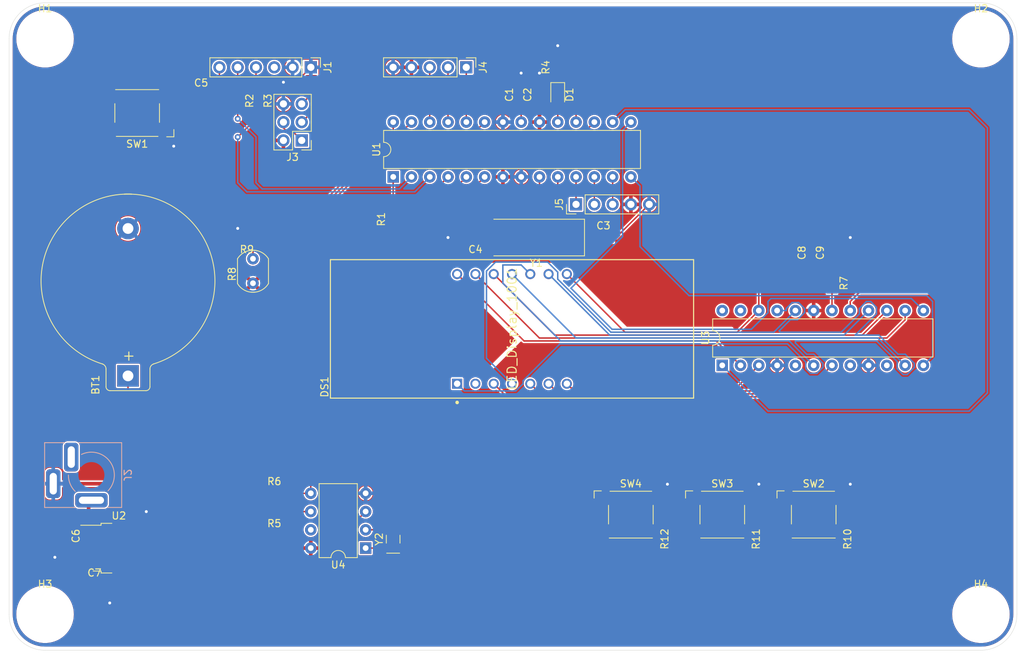
<source format=kicad_pcb>
(kicad_pcb (version 20211014) (generator pcbnew)
  (layers (0 "F.Cu" signal) (31 "B.Cu" signal) (34 "B.Paste" user) (35 "F.Paste" user) (36 "B.SilkS" user "B.Silkscreen") (37 "F.SilkS" user "F.Silkscreen") (38 "B.Mask" user) (39 "F.Mask" user) (44 "Edge.Cuts" user))
  (net 0 "")
  (net 1 "Net-(BT1-Pad1)")
  (net 2 "GND")
  (net 3 "Net-(C1-Pad1)")
  (net 4 "VCC")
  (net 5 "Net-(C3-Pad1)")
  (net 6 "Net-(C4-Pad1)")
  (net 7 "RESET")
  (net 8 "Net-(C5-Pad2)")
  (net 9 "Net-(C6-Pad1)")
  (net 10 "Net-(D1-Pad1)")
  (net 11 "LED_SCK")
  (net 12 "Net-(DS1-Pad1)")
  (net 13 "Net-(DS1-Pad2)")
  (net 14 "Net-(DS1-Pad3)")
  (net 15 "Net-(DS1-Pad4)")
  (net 16 "Net-(DS1-Pad5)")
  (net 17 "Net-(DS1-Pad6)")
  (net 18 "Net-(DS1-Pad7)")
  (net 19 "Net-(DS1-Pad9)")
  (net 20 "Net-(DS1-Pad10)")
  (net 21 "Net-(DS1-Pad11)")
  (net 22 "Net-(DS1-Pad12)")
  (net 23 "Net-(DS1-Pad13)")
  (net 24 "Net-(DS1-Pad14)")
  (net 26 "MISO")
  (net 27 "MOSI")
  (net 28 "TXD")
  (net 29 "RXD")
  (net 30 "SCL")
  (net 31 "Net-(R7-Pad2)")
  (net 32 "LIGHT_SENSOR")
  (net 33 "BTN_UP")
  (net 34 "BTN_SEL")
  (net 35 "BTN_DWN")
  (net 36 "DISP_CLK")
  (net 37 "DISP_DATA")
  (net 38 "Net-(J1-Pad5)")
  (net 39 "Net-(J1-Pad4)")
  (net 41 "DEBUG_4")
  (net 42 "DEBUG_5")
  (net 43 "DEBUG_6")
  (net 44 "DISP_LOAD")
  (net 45 "DEBUG_1")
  (net 46 "DEBUG_2")
  (net 50 "DEBUG_3")
  (net 52 "Net-(U4-Pad1)")
  (net 53 "Net-(U4-Pad2)")
  (net 55 "SDA")
  (footprint "footprints:DIP-28_W7.62mm" (layer "F.Cu") (at 133.36 79.2 90)
    (fp_text reference "U1")
    (fp_text value "ATmega328-PU")
  )
  (footprint "footprints:MountingHole_3.2mm_M3" (layer "F.Cu") (at 215 140)
    (fp_text reference locked "H4")
    (fp_text value "MountingHole")
  )
  (footprint "footprints:PinHeader_1x06_P2.54mm_Vertical" (layer "F.Cu") (at 121.92 63.97 -90)
    (fp_text reference "J1")
    (fp_text value "Conn_01x06")
  )
  (footprint "footprints:DIP-8_W7.62mm" (layer "F.Cu") (at 129.53 130.8 180)
    (fp_text reference "U4")
    (fp_text value "DS1307_DIP-8")
  )
  (footprint "footprints:R_0805_2012Metric" (layer "F.Cu") (at 113.03 87.63 180)
    (fp_text reference "R9")
    (fp_text value "R_0805_100K")
  )
  (footprint "footprints:C_0805_2012Metric" (layer "F.Cu") (at 191.77 89.75 90)
    (fp_text reference "C8")
    (fp_text value "C_0805_1uf")
  )
  (footprint "footprints:C_0805_2012Metric" (layer "F.Cu") (at 91.86 135.89)
    (fp_text reference "C7")
    (fp_text value "C_0805_0.1uf")
  )
  (footprint "footprints:R_0805_2012Metric" (layer "F.Cu") (at 111.76 68.63 -90)
    (fp_text reference "R2")
    (fp_text value "R_0805_47")
  )
  (footprint "footprints:PinHeader_1x05_P2.54mm_Vertical" (layer "F.Cu") (at 143.505 63.97 -90)
    (fp_text reference "J4")
    (fp_text value "Conn_01x05")
  )
  (footprint "footprints:C_0805_2012Metric" (layer "F.Cu") (at 106.68 67.78)
    (fp_text reference "C5")
    (fp_text value "C_0805_0.1uf")
  )
  (footprint "footprints:R_0805_2012Metric" (layer "F.Cu") (at 116.84 123.19)
    (fp_text reference "R6")
    (fp_text value "R_0805_4.7K")
  )
  (footprint "footprints:R_0805_2012Metric" (layer "F.Cu") (at 185.42 129.54 90)
    (fp_text reference "R11")
    (fp_text value "R_0805_10K")
  )
  (footprint "footprints:R_0805_2012Metric" (layer "F.Cu") (at 156.21 63.97 90)
    (fp_text reference "R4")
    (fp_text value "R_0805_2.2K")
  )
  (footprint "footprints:Adafruit-1001-0-0-MFG" (layer "F.Cu") (at 149.86 100.33 90)
    (fp_text reference "DS1")
    (fp_text value "LED_Display_1001")
  )
  (footprint "footprints:C_0805_2012Metric" (layer "F.Cu") (at 144.78 87.63 180)
    (fp_text reference "C4")
    (fp_text value "C_0805_22pf")
  )
  (footprint "footprints:C_0805_2012Metric" (layer "F.Cu") (at 194.31 89.75 90)
    (fp_text reference "C9")
    (fp_text value "C_0805_0.1uf")
  )
  (footprint "footprints:SW_SPST_Omron_B3FS-100xP" (layer "F.Cu") (at 179.07 126.15)
    (fp_text reference "SW3")
    (fp_text value "Omron_B3F_SPST")
  )
  (footprint "footprints:MountingHole_3.2mm_M3" (layer "F.Cu") (at 215 60)
    (fp_text reference locked "H2")
    (fp_text value "MountingHole")
  )
  (footprint "footprints:R_0805_2012Metric" (layer "F.Cu") (at 133.35 85.09 90)
    (fp_text reference "R1")
    (fp_text value "R_0805_10K")
  )
  (footprint "footprints:BatteryHolder_Keystone_106_1x20mm" (layer "F.Cu") (at 96.520017 106.863686 90)
    (fp_text reference "BT1")
    (fp_text value "Battery_Cell")
  )
  (footprint "footprints:R_0805_2012Metric" (layer "F.Cu") (at 114.3 68.63 -90)
    (fp_text reference "R3")
    (fp_text value "R_0805_47")
  )
  (footprint "footprints:PinHeader_1x05_P2.54mm_Vertical" (layer "F.Cu") (at 158.755 83.02 90)
    (fp_text reference "J5")
    (fp_text value "Conn_01x05")
  )
  (footprint "footprints:MountingHole_3.2mm_M3" (layer "F.Cu") (at 85 140)
    (fp_text reference locked "H3")
    (fp_text value "MountingHole")
  )
  (footprint "footprints:C_0805_2012Metric" (layer "F.Cu") (at 162.56 87.63)
    (fp_text reference "C3")
    (fp_text value "C_0805_22pf")
  )
  (footprint "footprints:SW_SPST_Omron_B3FS-100xP" (layer "F.Cu") (at 191.77 126.15)
    (fp_text reference "SW2")
    (fp_text value "Omron_B3F_SPST")
  )
  (footprint "footprints:R_0805_2012Metric" (layer "F.Cu") (at 116.84 125.73 180)
    (fp_text reference "R5")
    (fp_text value "R_0805_4.7K")
  )
  (footprint "footprints:SW_SPST_Omron_B3FS-100xP" (layer "F.Cu") (at 97.79 70.32 180)
    (fp_text reference "SW1")
    (fp_text value "Omron_B3F_SPST")
  )
  (footprint "footprints:MountingHole_3.2mm_M3" (layer "F.Cu") (at 85 60)
    (fp_text reference locked "H1")
    (fp_text value "MountingHole")
  )
  (footprint "footprints:LED_0805_2012Metric" (layer "F.Cu") (at 156.21 67.78 -90)
    (fp_text reference "D1")
    (fp_text value "LED_0805")
  )
  (footprint "footprints:R_LDR_4.9x4.2mm_P2.54mm_Vertical" (layer "F.Cu") (at 113.88 93.98 90)
    (fp_text reference "R8")
    (fp_text value "PhotoconductivePhotocell")
  )
  (footprint "footprints:R_0805_2012Metric" (layer "F.Cu") (at 198.12 129.54 90)
    (fp_text reference "R10")
    (fp_text value "R_0805_10K")
  )
  (footprint "footprints:C_0805_2012Metric" (layer "F.Cu") (at 87.63 129.12 -90)
    (fp_text reference "C6")
    (fp_text value "C_0805_1uf")
  )
  (footprint "footprints:R_0805_2012Metric" (layer "F.Cu") (at 172.72 129.54 90)
    (fp_text reference "R12")
    (fp_text value "R_0805_10K")
  )
  (footprint "footprints:PinHeader_2x03_P2.54mm_Vertical" (layer "F.Cu") (at 120.65 74.13 180)
    (fp_text reference "J3")
    (fp_text value "Conn_02x03_Odd_Even")
  )
  (footprint "footprints:Crystal_SMD_2Pin_3.2x1.5mm" (layer "F.Cu") (at 133.35 129.56 90)
    (fp_text reference "Y2")
    (fp_text value "Crystal_32768Hz")
  )
  (footprint "footprints:C_0805_2012Metric" (layer "F.Cu") (at 151.13 67.78 90)
    (fp_text reference "C1")
    (fp_text value "C_0805_0.1uf")
  )
  (footprint "footprints:SW_SPST_Omron_B3FS-100xP" (layer "F.Cu") (at 166.37 126.15)
    (fp_text reference "SW4")
    (fp_text value "Omron_B3F_SPST")
  )
  (footprint "footprints:C_0805_2012Metric" (layer "F.Cu") (at 153.67 67.78 90)
    (fp_text reference "C2")
    (fp_text value "C_0805_0.1uf")
  )
  (footprint "footprints:DIP-24_W7.62mm" (layer "F.Cu") (at 179.065 105.4 90)
    (fp_text reference "U3")
    (fp_text value "MAX7219")
  )
  (footprint "footprints:R_0805_2012Metric" (layer "F.Cu") (at 194.31 93.98 -90)
    (fp_text reference "R7")
    (fp_text value "R_0805_22K")
  )
  (footprint "footprints:TO-252-2" (layer "F.Cu") (at 95.25 130.81)
    (fp_text reference "U2")
    (fp_text value "L7805")
  )
  (footprint "footprints:Crystal_SMD_HC49-SD" (layer "F.Cu") (at 153.23 87.63 180)
    (fp_text reference "Y1")
    (fp_text value "Crystal_16MHz")
  )
  (footprint "footprints:Wurth-694106402002" (layer "B.Cu") (at 91.44 120.65 90)
    (fp_text reference "J2")
    (fp_text value "Power_inlet_vertical" hide)
  )
  (gr_line locked (start 220 60) (end 220 140) (layer "Edge.Cuts") (width 0.05))
  (gr_line locked (start 80 60) (end 80 140) (layer "Edge.Cuts") (width 0.05))
  (gr_arc locked (start 80 60) (mid 81.464466 56.464466) (end 85 55) (layer "Edge.Cuts") (width 0.05))
  (gr_arc locked (start 85 145) (mid 81.464466 143.535534) (end 80 140) (layer "Edge.Cuts") (width 0.05))
  (gr_arc locked (start 220 140) (mid 218.535534 143.535534) (end 215 145) (layer "Edge.Cuts") (width 0.05))
  (gr_line locked (start 215 55) (end 85 55) (layer "Edge.Cuts") (width 0.05))
  (gr_arc locked (start 215 55) (mid 218.535534 56.464466) (end 220 60) (layer "Edge.Cuts") (width 0.05))
  (gr_line locked (start 215 145) (end 85 145) (layer "Edge.Cuts") (width 0.05))
  (segment (start 114.131863 128.67592) (end 119.600969 128.67592) (width 0.2032) (layer "F.Cu") (net 1))
  (segment (start 128.425689 126.824311) (end 129.53 125.72) (width 0.2032) (layer "F.Cu") (net 1))
  (segment (start 119.600969 128.67592) (end 121.452578 126.824311) (width 0.2032) (layer "F.Cu") (net 1))
  (segment (start 121.452578 126.824311) (end 128.425689 126.824311) (width 0.2032) (layer "F.Cu") (net 1))
  (segment (start 96.520017 111.064074) (end 114.131863 128.67592) (width 0.2032) (layer "F.Cu") (net 1))
  (segment (start 96.520017 106.863686) (end 96.520017 111.064074) (width 0.2032) (layer "F.Cu") (net 1))
  (segment (start 143.93 87.63) (end 140.97 87.63) (width 0.2032) (layer "F.Cu") (net 2))
  (segment (start 118.11 69.05) (end 118.11 67.31) (width 0.2032) (layer "F.Cu") (net 2))
  (segment (start 97.35 131.25) (end 97.35 130.81) (width 0.508) (layer "F.Cu") (net 2))
  (segment (start 97.79 125.73) (end 99.06 125.73) (width 0.508) (layer "F.Cu") (net 2))
  (segment (start 87.63 129.97) (end 87.63 130.81) (width 0.508) (layer "F.Cu") (net 2))
  (segment (start 171.45 122.82) (end 171.45 121.92) (width 0.2032) (layer "F.Cu") (net 2))
  (segment (start 119.38 66.04) (end 118.11 66.04) (width 0.2032) (layer "F.Cu") (net 2))
  (segment (start 151.13 66.93) (end 151.13 64.77) (width 0.2032) (layer "F.Cu") (net 2))
  (segment (start 118.11 67.31) (end 119.38 66.04) (width 0.2032) (layer "F.Cu") (net 2))
  (segment (start 101.79 72.57) (end 101.79 73.85) (width 0.2032) (layer "F.Cu") (net 2))
  (segment (start 119.85 66.04) (end 119.38 66.04) (width 0.2032) (layer "F.Cu") (net 2))
  (segment (start 96.51 129.97) (end 97.35 130.81) (width 0.508) (layer "F.Cu") (net 2))
  (segment (start 92.71 135.89) (end 97.35 131.25) (width 0.508) (layer "F.Cu") (net 2))
  (segment (start 175.07 123.9) (end 183.07 123.9) (width 0.2032) (layer "F.Cu") (net 2))
  (segment (start 87.63 130.81) (end 86.36 132.08) (width 0.508) (layer "F.Cu") (net 2))
  (segment (start 163.41 87.63) (end 164.305 87.63) (width 0.2032) (layer "F.Cu") (net 2))
  (segment (start 121.92 63.97) (end 119.85 66.04) (width 0.2032) (layer "F.Cu") (net 2))
  (segment (start 86.14 121.85) (end 95.18 121.85) (width 0.508) (layer "F.Cu") (net 2))
  (segment (start 97.35 124.02) (end 97.35 125.29) (width 0.508) (layer "F.Cu") (net 2))
  (segment (start 119.38 66.04) (end 119.38 63.97) (width 0.2032) (layer "F.Cu") (net 2))
  (segment (start 183.07 123.9) (end 184.15 122.82) (width 0.2032) (layer "F.Cu") (net 2))
  (segment (start 112.18 87.63) (end 112.18 86.78) (width 0.2032) (layer "F.Cu") (net 2))
  (segment (start 153.67 66.93) (end 153.67 64.77) (width 0.2032) (layer "F.Cu") (net 2))
  (segment (start 92.71 137.16) (end 93.98 138.43) (width 0.508) (layer "F.Cu") (net 2))
  (segment (start 195.58 88.9) (end 196.85 87.63) (width 0.2032) (layer "F.Cu") (net 2))
  (segment (start 195.77 123.9) (end 196.85 122.82) (width 0.2032) (layer "F.Cu") (net 2))
  (segment (start 92.71 135.89) (end 92.71 137.16) (width 0.508) (layer "F.Cu") (net 2))
  (segment (start 93.79 72.57) (end 101.79 72.57) (width 0.2032) (layer "F.Cu") (net 2))
  (segment (start 101.79 73.85) (end 102.87 74.93) (width 0.2032) (layer "F.Cu") (net 2))
  (segment (start 112.18 86.78) (end 111.76 86.36) (width 0.2032) (layer "F.Cu") (net 2))
  (segment (start 191.77 88.9) (end 194.31 88.9) (width 0.2032) (layer "F.Cu") (net 2))
  (segment (start 187.77 123.9) (end 195.77 123.9) (width 0.2032) (layer "F.Cu") (net 2))
  (segment (start 184.15 122.82) (end 184.15 121.92) (width 0.2032) (layer "F.Cu") (net 2))
  (segment (start 95.18 121.85) (end 97.35 124.02) (width 0.508) (layer "F.Cu") (net 2))
  (segment (start 164.305 87.63) (end 168.915 83.02) (width 0.2032) (layer "F.Cu") (net 2))
  (segment (start 156.21 63.12) (end 156.21 60.96) (width 0.2032) (layer "F.Cu") (net 2))
  (segment (start 162.37 123.9) (end 170.37 123.9) (width 0.2032) (layer "F.Cu") (net 2))
  (segment (start 87.63 129.97) (end 96.51 129.97) (width 0.508) (layer "F.Cu") (net 2))
  (segment (start 97.35 125.29) (end 97.35 130.81) (width 0.508) (layer "F.Cu") (net 2))
  (segment (start 196.85 122.82) (end 196.85 121.92) (width 0.2032) (layer "F.Cu") (net 2))
  (segment (start 97.35 125.29) (end 97.79 125.73) (width 0.508) (layer "F.Cu") (net 2))
  (segment (start 170.37 123.9) (end 171.45 122.82) (width 0.2032) (layer "F.Cu") (net 2))
  (segment (start 194.31 88.9) (end 195.58 88.9) (width 0.2032) (layer "F.Cu") (net 2))
  (via (at 184.15 121.92) (size 0.8128) (drill 0.4064) (layers "F.Cu" "B.Cu") (net 2))
  (via (at 156.21 60.96) (size 0.8128) (drill 0.4064) (layers "F.Cu" "B.Cu") (net 2))
  (via (at 111.76 86.36) (size 0.8128) (drill 0.4064) (layers "F.Cu" "B.Cu") (net 2))
  (via (at 153.67 64.77) (size 0.8128) (drill 0.4064) (layers "F.Cu" "B.Cu") (net 2))
  (via (at 140.97 87.63) (size 0.8128) (drill 0.4064) (layers "F.Cu" "B.Cu") (net 2))
  (via (at 196.85 121.92) (size 0.8128) (drill 0.4064) (layers "F.Cu" "B.Cu") (net 2))
  (via (at 118.11 66.04) (size 0.8128) (drill 0.4064) (layers "F.Cu" "B.Cu") (net 2))
  (via (at 151.13 64.77) (size 0.8128) (drill 0.4064) (layers "F.Cu" "B.Cu") (net 2))
  (via (at 99.06 125.73) (size 0.8128) (drill 0.4064) (layers "F.Cu" "B.Cu") (net 2))
  (via (at 171.45 121.92) (size 0.8128) (drill 0.4064) (layers "F.Cu" "B.Cu") (net 2))
  (via (at 86.36 132.08) (size 0.8128) (drill 0.4064) (layers "F.Cu" "B.Cu") (net 2))
  (via (at 102.87 74.93) (size 0.8128) (drill 0.4064) (layers "F.Cu" "B.Cu") (net 2))
  (via (at 196.85 87.63) (size 0.8128) (drill 0.4064) (layers "F.Cu" "B.Cu") (net 2))
  (via (at 93.98 138.43) (size 0.8128) (drill 0.4064) (layers "F.Cu" "B.Cu") (net 2))
  (segment (start 151.13 71.57) (end 151.14 71.58) (width 0.2032) (layer "F.Cu") (net 3))
  (segment (start 151.13 68.63) (end 151.13 71.57) (width 0.2032) (layer "F.Cu") (net 3))
  (segment (start 153.67 68.63) (end 153.67 71.57) (width 0.2032) (layer "F.Cu") (net 4))
  (segment (start 153.67 71.57) (end 153.68 71.58) (width 0.2032) (layer "F.Cu") (net 4))
  (segment (start 91.05 135.85) (end 91.01 135.89) (width 0.508) (layer "F.Cu") (net 4))
  (segment (start 91.05 133.09) (end 91.05 135.85) (width 0.508) (layer "F.Cu") (net 4))
  (segment (start 161.71 87.63) (end 157.48 87.63) (width 0.2032) (layer "F.Cu") (net 5))
  (segment (start 156.22 86.37) (end 157.48 87.63) (width 0.2032) (layer "F.Cu") (net 5))
  (segment (start 156.22 79.2) (end 156.22 86.37) (width 0.2032) (layer "F.Cu") (net 5))
  (segment (start 153.68 82.93) (end 148.98 87.63) (width 0.2032) (layer "F.Cu") (net 6))
  (segment (start 148.98 87.63) (end 145.63 87.63) (width 0.2032) (layer "F.Cu") (net 6))
  (segment (start 153.68 79.2) (end 153.68 82.93) (width 0.2032) (layer "F.Cu") (net 6))
  (segment (start 93.79 68.07) (end 101.79 68.07) (width 0.2032) (layer "F.Cu") (net 7))
  (segment (start 133.35 84.24) (end 133.35 79.21) (width 0.2032) (layer "F.Cu") (net 7))
  (segment (start 108.634311 62.815689) (end 123.074311 62.815689) (width 0.2032) (layer "F.Cu") (net 7))
  (segment (start 101.79 68.07) (end 105.54 68.07) (width 0.2032) (layer "F.Cu") (net 7))
  (segment (start 133.35 79.21) (end 133.36 79.2) (width 0.2032) (layer "F.Cu") (net 7))
  (segment (start 105.83 65.62) (end 108.634311 62.815689) (width 0.2032) (layer "F.Cu") (net 7))
  (segment (start 123.074311 62.815689) (end 123.074311 66.625689) (width 0.2032) (layer "F.Cu") (net 7))
  (segment (start 123.074311 66.625689) (end 120.65 69.05) (width 0.2032) (layer "F.Cu") (net 7))
  (segment (start 105.83 67.78) (end 105.83 65.62) (width 0.2032) (layer "F.Cu") (net 7))
  (segment (start 105.54 68.07) (end 105.83 67.78) (width 0.2032) (layer "F.Cu") (net 7))
  (segment (start 107.53 67.78) (end 108.75 67.78) (width 0.2032) (layer "F.Cu") (net 8))
  (segment (start 108.75 67.78) (end 109.22 67.31) (width 0.2032) (layer "F.Cu") (net 8))
  (segment (start 109.22 67.31) (end 109.22 63.97) (width 0.2032) (layer "F.Cu") (net 8))
  (segment (start 91.05 124.54) (end 91.05 128.53) (width 0.508) (layer "F.Cu") (net 9))
  (segment (start 91.44 124.15) (end 91.05 124.54) (width 0.508) (layer "F.Cu") (net 9))
  (segment (start 90.79 128.27) (end 91.05 128.53) (width 0.508) (layer "F.Cu") (net 9))
  (segment (start 87.63 128.27) (end 90.79 128.27) (width 0.508) (layer "F.Cu") (net 9))
  (segment (start 156.21 66.8425) (end 156.21 64.82) (width 0.2032) (layer "F.Cu") (net 10))
  (segment (start 120.65 71.59) (end 125.73 66.51) (width 0.2032) (layer "F.Cu") (net 11))
  (segment (start 127 59.69) (end 158.75 59.69) (width 0.2032) (layer "F.Cu") (net 11))
  (segment (start 125.73 66.51) (end 125.73 60.96) (width 0.2032) (layer "F.Cu") (net 11))
  (segment (start 125.73 60.96) (end 127 59.69) (width 0.2032) (layer "F.Cu") (net 11))
  (segment (start 160.02 60.96) (end 160.02 66.04) (width 0.2032) (layer "F.Cu") (net 11))
  (segment (start 156.21 68.7175) (end 156.22 68.7275) (width 0.2032) (layer "F.Cu") (net 11))
  (segment (start 157.3425 68.7175) (end 156.21 68.7175) (width 0.2032) (layer "F.Cu") (net 11))
  (segment (start 158.75 59.69) (end 160.02 60.96) (width 0.2032) (layer "F.Cu") (net 11))
  (segment (start 160.02 66.04) (end 157.3425 68.7175) (width 0.2032) (layer "F.Cu") (net 11))
  (segment (start 156.22 68.7275) (end 156.22 71.58) (width 0.2032) (layer "F.Cu") (net 11))
  (segment (start 151.395689 107.95) (end 151.395689 107.534) (width 0.2032) (layer "B.Cu") (net 12))
  (segment (start 190.660689 105.857422) (end 191.307578 106.504311) (width 0.2032) (layer "B.Cu") (net 12))
  (segment (start 200.833138 101.19408) (end 197.532653 101.19408) (width 0.2032) (layer "B.Cu") (net 12))
  (segment (start 142.24 107.95) (end 143.244311 108.954311) (width 0.2032) (layer "B.Cu") (net 12))
  (segment (start 204.746733 106.68) (end 205.74 105.686733) (width 0.2032) (layer "B.Cu") (net 12))
  (segment (start 188.129951 102.41184) (end 190.660689 104.942578) (width 0.2032) (layer "B.Cu") (net 12))
  (segment (start 151.395689 107.534) (end 156.517849 102.41184) (width 0.2032) (layer "B.Cu") (net 12))
  (segment (start 190.5 98.066733) (end 190.5 97.493267) (width 0.2032) (layer "B.Cu") (net 12))
  (segment (start 190.789529 103.850471) (end 189.23 102.290942) (width 0.2032) (layer "B.Cu") (net 12))
  (segment (start 198.12 97.483267) (end 198.12 98.24816) (width 0.2032) (layer "B.Cu") (net 12))
  (segment (start 188.767578 96.675689) (end 187.96 97.483267) (width 0.2032) (layer "B.Cu") (net 12))
  (segment (start 188.519058 99.06) (end 189.506733 99.06) (width 0.2032) (layer "B.Cu") (net 12))
  (segment (start 203.360689 105.857422) (end 204.183267 106.68) (width 0.2032) (layer "B.Cu") (net 12))
  (segment (start 205.74 105.113267) (end 204.477204 103.850471) (width 0.2032) (layer "B.Cu") (net 12))
  (segment (start 191.307578 106.504311) (end 192.222422 106.504311) (width 0.2032) (layer "B.Cu") (net 12))
  (segment (start 204.477204 103.850471) (end 203.489529 103.850471) (width 0.2032) (layer "B.Cu") (net 12))
  (segment (start 156.517849 102.41184) (end 188.129951 102.41184) (width 0.2032) (layer "B.Cu") (net 12))
  (segment (start 143.244311 108.954311) (end 150.391378 108.954311) (width 0.2032) (layer "B.Cu") (net 12))
  (segment (start 190.5 97.493267) (end 189.682422 96.675689) (width 0.2032) (layer "B.Cu") (net 12))
  (segment (start 204.183267 106.68) (end 204.746733 106.68) (width 0.2032) (layer "B.Cu") (net 12))
  (segment (start 200.489311 97.322578) (end 199.686733 96.52) (width 0.2032) (layer "B.Cu") (net 12))
  (segment (start 203.489529 103.850471) (end 200.833138 101.19408) (width 0.2032) (layer "B.Cu") (net 12))
  (segment (start 205.74 105.686733) (end 205.74 105.113267) (width 0.2032) (layer "B.Cu") (net 12))
  (segment (start 150.391378 108.954311) (end 151.395689 107.95) (width 0.2032) (layer "B.Cu") (net 12))
  (segment (start 197.532653 101.19408) (end 200.489311 98.237422) (width 0.2032) (layer "B.Cu") (net 12))
  (segment (start 203.360689 104.869747) (end 203.360689 105.857422) (width 0.2032) (layer "B.Cu") (net 12))
  (segment (start 199.686733 96.52) (end 199.083267 96.52) (width 0.2032) (layer "B.Cu") (net 12))
  (segment (start 186.969529 100.609529) (end 188.519058 99.06) (width 0.2032) (layer "B.Cu") (net 12))
  (segment (start 189.682422 96.675689) (end 188.767578 96.675689) (width 0.2032) (layer "B.Cu") (net 12))
  (segment (start 189.23 102.290942) (end 189.23 102.00592) (width 0.2032) (layer "B.Cu") (net 12))
  (segment (start 190.660689 104.942578) (end 190.660689 105.857422) (width 0.2032) (layer "B.Cu") (net 12))
  (segment (start 193.04 105.686733) (end 193.04 105.113267) (width 0.2032) (layer "B.Cu") (net 12))
  (segment (start 189.23 102.00592) (end 200.496862 102.00592) (width 0.2032) (layer "B.Cu") (net 12))
  (segment (start 200.496862 102.00592) (end 203.360689 104.869747) (width 0.2032) (layer "B.Cu") (net 12))
  (segment (start 187.14816 100.78816) (end 186.969529 100.609529) (width 0.2032) (layer "B.Cu") (net 12))
  (segment (start 191.777204 103.850471) (end 190.789529 103.850471) (width 0.2032) (layer "B.Cu") (net 12))
  (segment (start 195.58 100.78816) (end 187.14816 100.78816) (width 0.2032) (layer "B.Cu") (net 12))
  (segment (start 189.506733 99.06) (end 190.5 98.066733) (width 0.2032) (layer "B.Cu") (net 12))
  (segment (start 198.12 98.24816) (end 195.58 100.78816) (width 0.2032) (layer "B.Cu") (net 12))
  (segment (start 187.96 97.483267) (end 187.96 97.79) (width 0.2032) (layer "B.Cu") (net 12))
  (segment (start 199.083267 96.52) (end 198.12 97.483267) (width 0.2032) (layer "B.Cu") (net 12))
  (segment (start 193.04 105.113267) (end 191.777204 103.850471) (width 0.2032) (layer "B.Cu") (net 12))
  (segment (start 187.96 97.79) (end 187.95 97.78) (width 0.2032) (layer "B.Cu") (net 12))
  (segment (start 192.222422 106.504311) (end 193.04 105.686733) (width 0.2032) (layer "B.Cu") (net 12))
  (segment (start 200.489311 98.237422) (end 200.489311 97.322578) (width 0.2032) (layer "B.Cu") (net 12))
  (segment (start 187.95 97.78) (end 186.685 97.78) (width 0.2032) (layer "B.Cu") (net 12))
  (segment (start 187.920689 91.479311) (end 184.145 95.255) (width 0.2032) (layer "F.Cu") (net 14))
  (segment (start 207.037907 109.766151) (end 209.95592 106.848137) (width 0.2032) (layer "F.Cu") (net 14))
  (segment (start 209.95592 96.351862) (end 205.083369 91.479311) (width 0.2032) (layer "F.Cu") (net 14))
  (segment (start 209.95592 106.848137) (end 209.95592 96.351862) (width 0.2032) (layer "F.Cu") (net 14))
  (segment (start 184.145 95.255) (end 184.145 97.78) (width 0.2032) (layer "F.Cu") (net 14))
  (segment (start 165.55816 100.78816) (end 181.13684 100.78816) (width 0.2032) (layer "F.Cu") (net 14))
  (segment (start 157.48 92.71) (end 165.55816 100.78816) (width 0.2032) (layer "F.Cu") (net 14))
  (segment (start 147.32 107.95) (end 149.136151 109.766151) (width 0.2032) (layer "F.Cu") (net 14))
  (segment (start 205.083369 91.479311) (end 187.920689 91.479311) (width 0.2032) (layer "F.Cu") (net 14))
  (segment (start 149.136151 109.766151) (end 207.037907 109.766151) (width 0.2032) (layer "F.Cu") (net 14))
  (segment (start 181.13684 100.78816) (end 184.145 97.78) (width 0.2032) (layer "F.Cu") (net 14))
  (segment (start 147.575609 91.03408) (end 154.799769 91.03408) (width 0.2032) (layer "B.Cu") (net 15))
  (segment (start 156.21 93.405942) (end 163.592218 100.78816) (width 0.2032) (layer "B.Cu") (net 15))
  (segment (start 163.592218 100.78816) (end 186.21684 100.78816) (width 0.2032) (layer "B.Cu") (net 15))
  (segment (start 146.315689 92.294) (end 147.575609 91.03408) (width 0.2032) (layer "B.Cu") (net 15))
  (segment (start 146.315689 104.405689) (end 146.315689 92.294) (width 0.2032) (layer "B.Cu") (net 15))
  (segment (start 186.21684 100.78816) (end 189.225 97.78) (width 0.2032) (layer "B.Cu") (net 15))
  (segment (start 154.799769 91.03408) (end 156.21 92.444311) (width 0.2032) (layer "B.Cu") (net 15))
  (segment (start 149.86 107.95) (end 146.315689 104.405689) (width 0.2032) (layer "B.Cu") (net 15))
  (segment (start 156.21 92.444311) (end 156.21 93.405942) (width 0.2032) (layer "B.Cu") (net 15))
  (segment (start 153.810231 109.360231) (end 206.869769 109.360231) (width 0.2032) (layer "F.Cu") (net 16))
  (segment (start 208.28 95.25) (end 198.12 95.25) (width 0.2032) (layer "F.Cu") (net 16))
  (segment (start 196.845 96.525) (end 196.845 97.78) (width 0.2032) (layer "F.Cu") (net 16))
  (segment (start 198.12 95.25) (end 196.845 96.525) (width 0.2032) (layer "F.Cu") (net 16))
  (segment (start 209.55 106.68) (end 209.55 96.52) (width 0.2032) (layer "F.Cu") (net 16))
  (segment (start 209.55 96.52) (end 208.28 95.25) (width 0.2032) (layer "F.Cu") (net 16))
  (segment (start 206.869769 109.360231) (end 209.55 106.68) (width 0.2032) (layer "F.Cu") (net 16))
  (segment (start 152.4 107.95) (end 153.810231 109.360231) (width 0.2032) (layer "F.Cu") (net 16))
  (segment (start 190.750689 108.954311) (end 194.305 105.4) (width 0.2032) (layer "F.Cu") (net 17))
  (segment (start 155.944311 108.954311) (end 190.750689 108.954311) (width 0.2032) (layer "F.Cu") (net 17))
  (segment (start 154.94 107.95) (end 155.944311 108.954311) (width 0.2032) (layer "F.Cu") (net 17))
  (segment (start 180.996609 108.548391) (end 184.145 105.4) (width 0.2032) (layer "F.Cu") (net 18))
  (segment (start 157.48 107.95) (end 158.078391 108.548391) (width 0.2032) (layer "F.Cu") (net 18))
  (segment (start 158.078391 108.548391) (end 180.996609 108.548391) (width 0.2032) (layer "F.Cu") (net 18))
  (segment (start 195.97092 101.19408) (end 199.385 97.78) (width 0.2032) (layer "B.Cu") (net 19))
  (segment (start 163.42408 101.19408) (end 195.97092 101.19408) (width 0.2032) (layer "B.Cu") (net 19))
  (segment (start 154.94 92.71) (end 163.42408 101.19408) (width 0.2032) (layer "B.Cu") (net 19))
  (segment (start 148.59 93.98) (end 156.61592 102.00592) (width 0.2032) (layer "B.Cu") (net 20))
  (segment (start 156.61592 102.00592) (end 188.37092 102.00592) (width 0.2032) (layer "B.Cu") (net 20))
  (segment (start 148.59 91.44) (end 148.59 93.98) (width 0.2032) (layer "B.Cu") (net 20))
  (segment (start 151.13 91.44) (end 148.59 91.44) (width 0.2032) (layer "B.Cu") (net 20))
  (segment (start 152.4 92.71) (end 151.13 91.44) (width 0.2032) (layer "B.Cu") (net 20))
  (segment (start 188.37092 102.00592) (end 191.765 105.4) (width 0.2032) (layer "B.Cu") (net 20))
  (segment (start 149.86 92.71) (end 158.75 101.6) (width 0.2032) (layer "B.Cu") (net 21))
  (segment (start 158.75 101.6) (end 200.665 101.6) (width 0.2032) (layer "B.Cu") (net 21))
  (segment (start 200.665 101.6) (end 204.465 105.4) (width 0.2032) (layer "B.Cu") (net 21))
  (segment (start 198.51092 101.19408) (end 201.925 97.78) (width 0.2032) (layer "F.Cu") (net 22))
  (segment (start 147.32 92.71) (end 155.80408 101.19408) (width 0.2032) (layer "F.Cu") (net 22))
  (segment (start 155.80408 101.19408) (end 198.51092 101.19408) (width 0.2032) (layer "F.Cu") (net 22))
  (segment (start 201.93 101.6) (end 204.465 99.065) (width 0.2032) (layer "F.Cu") (net 23))
  (segment (start 144.78 92.71) (end 153.67 101.6) (width 0.2032) (layer "F.Cu") (net 23))
  (segment (start 204.465 99.065) (end 204.465 97.78) (width 0.2032) (layer "F.Cu") (net 23))
  (segment (start 153.67 101.6) (end 201.93 101.6) (width 0.2032) (layer "F.Cu") (net 23))
  (segment (start 151.53592 102.00592) (end 178.21092 102.00592) (width 0.2032) (layer "F.Cu") (net 24))
  (segment (start 142.24 92.71) (end 151.53592 102.00592) (width 0.2032) (layer "F.Cu") (net 24))
  (segment (start 178.21092 102.00592) (end 181.605 105.4) (width 0.2032) (layer "F.Cu") (net 24))
  (segment (start 160.42592 60.791863) (end 160.42592 66.208138) (width 0.2032) (layer "F.Cu") (net 26))
  (segment (start 125.32408 66.04) (end 125.32408 66.341862) (width 0.2032) (layer "F.Cu") (net 26))
  (segment (start 119.38 72.86) (end 120.65 74.13) (width 0.2032) (layer "F.Cu") (net 26))
  (segment (start 120.064311 70.435689) (end 119.38 71.12) (width 0.2032) (layer "F.Cu") (net 26))
  (segment (start 119.38 71.12) (end 119.38 72.86) (width 0.2032) (layer "F.Cu") (net 26))
  (segment (start 158.76 67.874058) (end 158.76 71.58) (width 0.2032) (layer "F.Cu") (net 26))
  (segment (start 125.32408 66.341862) (end 121.230253 70.435689) (width 0.2032) (layer "F.Cu") (net 26))
  (segment (start 160.42592 66.208138) (end 158.76 67.874058) (width 0.2032) (layer "F.Cu") (net 26))
  (segment (start 125.32408 66.04) (end 125.32408 64.77) (width 0.2032) (layer "F.Cu") (net 26))
  (segment (start 158.918138 59.28408) (end 160.42592 60.791863) (width 0.2032) (layer "F.Cu") (net 26))
  (segment (start 121.230253 70.435689) (end 120.064311 70.435689) (width 0.2032) (layer "F.Cu") (net 26))
  (segment (start 125.32408 60.791862) (end 126.831863 59.28408) (width 0.2032) (layer "F.Cu") (net 26))
  (segment (start 125.32408 66.04) (end 125.32408 60.791862) (width 0.2032) (layer "F.Cu") (net 26))
  (segment (start 126.831863 59.28408) (end 158.918138 59.28408) (width 0.2032) (layer "F.Cu") (net 26))
  (segment (start 148.59 60.09592) (end 149.86 61.36592) (width 0.2032) (layer "F.Cu") (net 27))
  (segment (start 159.22 73.66) (end 161.3 71.58) (width 0.2032) (layer "F.Cu") (net 27))
  (segment (start 126.13592 66.678137) (end 126.13592 61.128138) (width 0.2032) (layer "F.Cu") (net 27))
  (segment (start 118.11 71.59) (end 118.11 72.39) (width 0.2032) (layer "F.Cu") (net 27))
  (segment (start 118.11 72.39) (end 119.495689 73.775689) (width 0.2032) (layer "F.Cu") (net 27))
  (segment (start 151.658267 73.66) (end 159.22 73.66) (width 0.2032) (layer "F.Cu") (net 27))
  (segment (start 119.495689 75.284311) (end 121.804311 75.284311) (width 0.2032) (layer "F.Cu") (net 27))
  (segment (start 126.13592 61.128138) (end 127.168138 60.09592) (width 0.2032) (layer "F.Cu") (net 27))
  (segment (start 149.86 61.36592) (end 149.86 71.861733) (width 0.2032) (layer "F.Cu") (net 27))
  (segment (start 122.442029 74.646593) (end 122.442029 70.372029) (width 0.2032) (layer "F.Cu") (net 27))
  (segment (start 122.442029 70.372029) (end 126.13592 66.678137) (width 0.2032) (layer "F.Cu") (net 27))
  (segment (start 121.804311 75.284311) (end 122.442029 74.646593) (width 0.2032) (layer "F.Cu") (net 27))
  (segment (start 149.86 71.861733) (end 151.658267 73.66) (width 0.2032) (layer "F.Cu") (net 27))
  (segment (start 127.168138 60.09592) (end 148.59 60.09592) (width 0.2032) (layer "F.Cu") (net 27))
  (segment (start 119.495689 73.775689) (end 119.495689 75.284311) (width 0.2032) (layer "F.Cu") (net 27))
  (segment (start 114.3 69.48) (end 114.3 71.12) (width 0.2032) (layer "F.Cu") (net 28))
  (segment (start 114.3 71.12) (end 111.76 73.66) (width 0.2032) (layer "F.Cu") (net 28))
  (via (at 111.76 73.66) (size 0.8128) (drill 0.4064) (layers "F.Cu" "B.Cu") (net 28))
  (segment (start 111.76 73.66) (end 111.76 80.01) (width 0.2032) (layer "B.Cu") (net 28))
  (segment (start 113.03 81.28) (end 136.36 81.28) (width 0.2032) (layer "B.Cu") (net 28))
  (segment (start 136.36 81.28) (end 138.44 79.2) (width 0.2032) (layer "B.Cu") (net 28))
  (segment (start 111.76 80.01) (end 113.03 81.28) (width 0.2032) (layer "B.Cu") (net 28))
  (segment (start 111.76 69.48) (end 111.76 71.12) (width 0.2032) (layer "F.Cu") (net 29))
  (via (at 111.76 71.12) (size 0.8128) (drill 0.4064) (layers "F.Cu" "B.Cu") (net 29))
  (segment (start 134.22592 80.87408) (end 135.9 79.2) (width 0.2032) (layer "B.Cu") (net 29))
  (segment (start 114.3 80.01) (end 115.16408 80.87408) (width 0.2032) (layer "B.Cu") (net 29))
  (segment (start 114.3 73.66) (end 114.3 80.01) (width 0.2032) (layer "B.Cu") (net 29))
  (segment (start 111.76 71.12) (end 114.3 73.66) (width 0.2032) (layer "B.Cu") (net 29))
  (segment (start 115.16408 80.87408) (end 134.22592 80.87408) (width 0.2032) (layer "B.Cu") (net 29))
  (segment (start 115.57 119.38) (end 121.50408 119.38) (width 0.2032) (layer "F.Cu") (net 30))
  (segment (start 117.69 125.73) (end 117.69 127.42) (width 0.2032) (layer "F.Cu") (net 30))
  (segment (start 121.50408 119.38) (end 121.50408 85.401862) (width 0.2032) (layer "F.Cu") (net 30))
  (segment (start 117.69 127.42) (end 116.84 128.27) (width 0.2032) (layer "F.Cu") (net 30))
  (segment (start 121.50408 85.401862) (end 133.36 73.545942) (width 0.2032) (layer "F.Cu") (net 30))
  (segment (start 133.36 73.545942) (end 133.36 71.58) (width 0.2032) (layer "F.Cu") (net 30))
  (segment (start 114.3 120.65) (end 115.57 119.38) (width 0.2032) (layer "F.Cu") (net 30))
  (segment (start 116.84 128.27) (end 114.3 128.27) (width 0.2032) (layer "F.Cu") (net 30))
  (segment (start 114.3 128.27) (end 114.3 120.65) (width 0.2032) (layer "F.Cu") (net 30))
  (segment (start 117.69 125.73) (end 121.9 125.73) (width 0.2032) (layer "F.Cu") (net 30))
  (segment (start 121.9 125.73) (end 121.91 125.72) (width 0.2032) (layer "F.Cu") (net 30))
  (segment (start 194.31 94.83) (end 194.31 97.775) (width 0.2032) (layer "F.Cu") (net 31))
  (segment (start 194.31 97.775) (end 194.305 97.78) (width 0.2032) (layer "F.Cu") (net 31))
  (segment (start 137.16 71.861733) (end 137.982578 72.684311) (width 0.2032) (layer "F.Cu") (net 32))
  (segment (start 137.16 71.12) (end 137.16 71.861733) (width 0.2032) (layer "F.Cu") (net 32))
  (segment (start 113.88 90.58) (end 113.88 87.63) (width 0.2032) (layer "F.Cu") (net 32))
  (segment (start 132.724311 70.475689) (end 136.515689 70.475689) (width 0.2032) (layer "F.Cu") (net 32))
  (segment (start 132.08 74.251884) (end 132.08 71.12) (width 0.2032) (layer "F.Cu") (net 32))
  (segment (start 144.955689 72.684311) (end 146.06 71.58) (width 0.2032) (layer "F.Cu") (net 32))
  (segment (start 137.982578 72.684311) (end 144.955689 72.684311) (width 0.2032) (layer "F.Cu") (net 32))
  (segment (start 118.701885 87.63) (end 132.08 74.251884) (width 0.2032) (layer "F.Cu") (net 32))
  (segment (start 136.515689 70.475689) (end 137.16 71.12) (width 0.2032) (layer "F.Cu") (net 32))
  (segment (start 113.88 87.63) (end 118.701885 87.63) (width 0.2032) (layer "F.Cu") (net 32))
  (segment (start 132.08 71.12) (end 132.724311 70.475689) (width 0.2032) (layer "F.Cu") (net 32))
  (segment (start 160.450254 126.989769) (end 159.851862 127.58816) (width 0.2032) (layer "F.Cu") (net 33))
  (segment (start 159.851862 127.58816) (end 142.706276 127.58816) (width 0.2032) (layer "F.Cu") (net 33))
  (segment (start 137.97184 83.356276) (end 140.390167 80.937949) (width 0.2032) (layer "F.Cu") (net 33))
  (segment (start 144.322051 80.937949) (end 146.06 79.2) (width 0.2032) (layer "F.Cu") (net 33))
  (segment (start 198.12 128.69) (end 196.06 128.69) (width 0.2032) (layer "F.Cu") (net 33))
  (segment (start 140.390167 80.937949) (end 144.322051 80.937949) (width 0.2032) (layer "F.Cu") (net 33))
  (segment (start 187.77 128.4) (end 187.77 129.156378) (width 0.2032) (layer "F.Cu") (net 33))
  (segment (start 137.97184 122.853724) (end 137.97184 83.356276) (width 0.2032) (layer "F.Cu") (net 33))
  (segment (start 195.77 128.4) (end 187.77 128.4) (width 0.2032) (layer "F.Cu") (net 33))
  (segment (start 187.77 129.156378) (end 185.603391 126.989769) (width 0.2032) (layer "F.Cu") (net 33))
  (segment (start 196.06 128.69) (end 195.77 128.4) (width 0.2032) (layer "F.Cu") (net 33))
  (segment (start 185.603391 126.989769) (end 160.450254 126.989769) (width 0.2032) (layer "F.Cu") (net 33))
  (segment (start 142.706276 127.58816) (end 137.97184 122.853724) (width 0.2032) (layer "F.Cu") (net 33))
  (segment (start 142.187971 80.532029) (end 143.52 79.2) (width 0.2032) (layer "F.Cu") (net 34))
  (segment (start 183.07 128.4) (end 175.07 128.4) (width 0.2032) (layer "F.Cu") (net 34))
  (segment (start 137.56592 83.188138) (end 140.222029 80.532029) (width 0.2032) (layer "F.Cu") (net 34))
  (segment (start 137.56592 123.021862) (end 137.56592 83.188138) (width 0.2032) (layer "F.Cu") (net 34))
  (segment (start 142.538138 127.99408) (end 137.56592 123.021862) (width 0.2032) (layer "F.Cu") (net 34))
  (segment (start 174.065689 127.395689) (end 160.618391 127.395689) (width 0.2032) (layer "F.Cu") (net 34))
  (segment (start 160.618391 127.395689) (end 160.02 127.99408) (width 0.2032) (layer "F.Cu") (net 34))
  (segment (start 175.07 128.4) (end 174.065689 127.395689) (width 0.2032) (layer "F.Cu") (net 34))
  (segment (start 160.02 127.99408) (end 142.538138 127.99408) (width 0.2032) (layer "F.Cu") (net 34))
  (segment (start 185.42 128.69) (end 183.36 128.69) (width 0.2032) (layer "F.Cu") (net 34))
  (segment (start 183.36 128.69) (end 183.07 128.4) (width 0.2032) (layer "F.Cu") (net 34))
  (segment (start 140.222029 80.532029) (end 142.187971 80.532029) (width 0.2032) (layer "F.Cu") (net 34))
  (segment (start 170.37 128.4) (end 162.37 128.4) (width 0.2032) (layer "F.Cu") (net 35))
  (segment (start 162.37 128.4) (end 142.37 128.4) (width 0.2032) (layer "F.Cu") (net 35))
  (segment (start 137.16 123.19) (end 137.16 83.02) (width 0.2032) (layer "F.Cu") (net 35))
  (segment (start 172.72 128.69) (end 170.66 128.69) (width 0.2032) (layer "F.Cu") (net 35))
  (segment (start 142.37 128.4) (end 137.16 123.19) (width 0.2032) (layer "F.Cu") (net 35))
  (segment (start 137.16 83.02) (end 140.98 79.2) (width 0.2032) (layer "F.Cu") (net 35))
  (segment (start 170.66 128.69) (end 170.37 128.4) (width 0.2032) (layer "F.Cu") (net 35))
  (segment (start 163.760356 100.38224) (end 183.104493 100.38224) (width 0.2032) (layer "B.Cu") (net 36))
  (segment (start 205.33908 96.11408) (end 207.005 97.78) (width 0.2032) (layer "B.Cu") (net 36))
  (segment (start 158.054058 94.675942) (end 163.760356 100.38224) (width 0.2032) (layer "B.Cu") (net 36))
  (segment (start 165.220689 87.509311) (end 158.054058 94.675942) (width 0.2032) (layer "B.Cu") (net 36))
  (segment (start 185.42 96.52) (end 185.82592 96.11408) (width 0.2032) (layer "B.Cu") (net 36))
  (segment (start 166.38 71.58) (end 165.220689 72.739311) (width 0.2032) (layer "B.Cu") (net 36))
  (segment (start 185.42 98.066733) (end 185.42 96.52) (width 0.2032) (layer "B.Cu") (net 36))
  (segment (start 183.104493 100.38224) (end 185.42 98.066733) (width 0.2032) (layer "B.Cu") (net 36))
  (segment (start 185.82592 96.11408) (end 205.33908 96.11408) (width 0.2032) (layer "B.Cu") (net 36))
  (segment (start 165.220689 72.739311) (end 165.220689 87.509311) (width 0.2032) (layer "B.Cu") (net 36))
  (segment (start 185.425 111.76) (end 179.065 105.4) (width 0.2032) (layer "B.Cu") (net 37))
  (segment (start 213.36 111.76) (end 185.425 111.76) (width 0.2032) (layer "B.Cu") (net 37))
  (segment (start 163.84 71.58) (end 165.57 69.85) (width 0.2032) (layer "B.Cu") (net 37))
  (segment (start 213.36 69.85) (end 215.9 72.39) (width 0.2032) (layer "B.Cu") (net 37))
  (segment (start 165.57 69.85) (end 213.36 69.85) (width 0.2032) (layer "B.Cu") (net 37))
  (segment (start 215.9 72.39) (end 215.9 109.22) (width 0.2032) (layer "B.Cu") (net 37))
  (segment (start 215.9 109.22) (end 213.36 111.76) (width 0.2032) (layer "B.Cu") (net 37))
  (segment (start 111.76 63.97) (end 111.76 67.78) (width 0.2032) (layer "F.Cu") (net 38))
  (segment (start 114.3 63.97) (end 114.3 67.78) (width 0.2032) (layer "F.Cu") (net 39))
  (segment (start 143.51 71.57) (end 143.52 71.58) (width 0.2032) (layer "F.Cu") (net 41))
  (segment (start 143.51 63.97) (end 143.51 71.57) (width 0.2032) (layer "F.Cu") (net 41))
  (segment (start 140.97 63.97) (end 140.97 71.57) (width 0.2032) (layer "F.Cu") (net 42))
  (segment (start 140.97 71.57) (end 140.98 71.58) (width 0.2032) (layer "F.Cu") (net 42))
  (segment (start 138.43 63.97) (end 138.43 71.57) (width 0.2032) (layer "F.Cu") (net 43))
  (segment (start 138.43 71.57) (end 138.44 71.58) (width 0.2032) (layer "F.Cu") (net 43))
  (segment (start 208.28 96.52) (end 208.28 104.125) (width 0.2032) (layer "B.Cu") (net 44))
  (segment (start 166.38 79.2) (end 167.64 80.46) (width 0.2032) (layer "B.Cu") (net 44))
  (segment (start 167.64 80.46) (end 167.64 88.9) (width 0.2032) (layer "B.Cu") (net 44))
  (segment (start 207.46816 95.70816) (end 208.28 96.52) (width 0.2032) (layer "B.Cu") (net 44))
  (segment (start 208.28 104.125) (end 207.005 105.4) (width 0.2032) (layer "B.Cu") (net 44))
  (segment (start 167.64 88.9) (end 174.44816 95.70816) (width 0.2032) (layer "B.Cu") (net 44))
  (segment (start 174.44816 95.70816) (end 207.46816 95.70816) (width 0.2032) (layer "B.Cu") (net 44))
  (segment (start 158.755 83.02) (end 158.755 79.205) (width 0.2032) (layer "F.Cu") (net 45))
  (segment (start 158.755 79.205) (end 158.76 79.2) (width 0.2032) (layer "F.Cu") (net 45))
  (segment (start 161.3 79.2) (end 161.3 83.015) (width 0.2032) (layer "F.Cu") (net 46))
  (segment (start 161.3 83.015) (end 161.295 83.02) (width 0.2032) (layer "F.Cu") (net 46))
  (segment (start 163.84 83.015) (end 163.835 83.02) (width 0.2032) (layer "F.Cu") (net 50))
  (segment (start 163.84 79.2) (end 163.84 83.015) (width 0.2032) (layer "F.Cu") (net 50))
  (segment (start 129.53 130.8) (end 133.34 130.8) (width 0.2032) (layer "F.Cu") (net 52))
  (segment (start 133.34 130.8) (end 133.35 130.81) (width 0.2032) (layer "F.Cu") (net 52))
  (segment (start 129.53 128.26) (end 133.3 128.26) (width 0.2032) (layer "F.Cu") (net 53))
  (segment (start 133.3 128.26) (end 133.35 128.31) (width 0.2032) (layer "F.Cu") (net 53))
  (segment (start 117.69 123.19) (end 121.9 123.19) (width 0.2032) (layer "F.Cu") (net 55))
  (segment (start 121.91 85.57) (end 135.9 71.58) (width 0.2032) (layer "F.Cu") (net 55))
  (segment (start 121.91 123.18) (end 121.91 85.57) (width 0.2032) (layer "F.Cu") (net 55))
  (segment (start 121.9 123.19) (end 121.91 123.18) (width 0.2032) (layer "F.Cu") (net 55))
  (zone locked (net 0) (net_name "") (layers F&B.Cu) (connect_pads (clearance 0)) (min_thickness 0.254)
    (keepout (tracks not_allowed) (vias not_allowed) (pads allowed) (copperpour not_allowed) (footprints allowed))
    (fill (thermal_gap 0.508) (thermal_bridge_width 0.508))
    (polygon (pts (xy 219.005141 140) (xy 218.984638 139.595255) (xy 218.923337 139.194655) (xy 218.821867 138.802299) (xy 218.681267 138.422207) (xy 218.502975 138.058269) (xy 218.288818 137.714212) (xy 218.040989 137.393558) (xy 217.762024 137.09959) (xy 217.454779 136.835318) (xy 217.122401 136.603448) (xy 216.768293 136.406354) (xy 216.39608 136.246053) (xy 216.009573 136.124188) (xy 215.61273 136.042006) (xy 215.209613 136.000348) (xy 214.80435 135.999641) (xy 214.40109 136.039891) (xy 214.003962 136.120688) (xy 213.617032 136.241203) (xy 213.244262 136.400203) (xy 212.889468 136.59606) (xy 212.556283 136.826768) (xy 212.248118 137.089966) (xy 211.968128 137.382958) (xy 211.719181 137.702745) (xy 211.503824 138.046053) (xy 211.324263 138.409367) (xy 211.182337 138.788966) (xy 211.079498 139.180964) (xy 211.0168 139.581349) (xy 210.994883 139.986019) (xy 211.013974 140.390833) (xy 211.073876 140.791646) (xy 211.173975 141.184352) (xy 211.313248 141.564933) (xy 211.490268 141.929491) (xy 211.703223 142.274294) (xy 211.949932 142.595812) (xy 212.227869 142.890751) (xy 212.534189 143.156094) (xy 212.865755 143.389123) (xy 213.219173 143.587452) (xy 213.590825 143.74905) (xy 213.976904 143.872264) (xy 214.373458 143.955831) (xy 214.776427 143.998896) (xy 215.181685 144.001018) (xy 215.585083 143.962175) (xy 215.982491 143.882765) (xy 216.369839 143.763601) (xy 216.743162 143.605904) (xy 217.098637 143.411286) (xy 217.432626 143.181743) (xy 217.741708 142.919622) (xy 218.022718 142.627609) (xy 218.272781 142.308693) (xy 218.489334 141.966139) (xy 218.670162 141.603454) (xy 218.813412 141.224353) (xy 218.917619 140.832716) (xy 218.981715 140.432553) (xy 219.005043 140.027961)))
  )
  (zone (net 4) (net_name "VCC") (layer "F.Cu") (connect_pads (clearance 0)) (min_thickness 0.254) (fill yes (thermal_gap 0.3048) (thermal_bridge_width 0.508))
    (polygon (pts (xy 220.98 146.05) (xy 78.74 146.05) (xy 78.74 54.61) (xy 220.98 54.61)))
  )
  (zone locked (net 0) (net_name "") (layers F&B.Cu) (connect_pads (clearance 0)) (min_thickness 0.254)
    (keepout (tracks not_allowed) (vias not_allowed) (pads allowed) (copperpour not_allowed) (footprints allowed))
    (fill (thermal_gap 0.508) (thermal_bridge_width 0.508))
    (polygon (pts (xy 89.005141 60) (xy 88.984638 59.595255) (xy 88.923337 59.194655) (xy 88.821867 58.802299) (xy 88.681267 58.422207) (xy 88.502975 58.058269) (xy 88.288818 57.714212) (xy 88.040989 57.393558) (xy 87.762024 57.09959) (xy 87.454779 56.835318) (xy 87.122401 56.603448) (xy 86.768293 56.406354) (xy 86.39608 56.246053) (xy 86.009573 56.124188) (xy 85.61273 56.042006) (xy 85.209613 56.000348) (xy 84.80435 55.999641) (xy 84.40109 56.039891) (xy 84.003962 56.120688) (xy 83.617032 56.241203) (xy 83.244262 56.400203) (xy 82.889468 56.59606) (xy 82.556283 56.826768) (xy 82.248118 57.089966) (xy 81.968128 57.382958) (xy 81.719181 57.702745) (xy 81.503824 58.046053) (xy 81.324263 58.409367) (xy 81.182337 58.788966) (xy 81.079498 59.180964) (xy 81.0168 59.581349) (xy 80.994883 59.986019) (xy 81.013974 60.390833) (xy 81.073876 60.791646) (xy 81.173975 61.184352) (xy 81.313248 61.564933) (xy 81.490268 61.929491) (xy 81.703223 62.274294) (xy 81.949932 62.595812) (xy 82.227869 62.890751) (xy 82.534189 63.156094) (xy 82.865755 63.389123) (xy 83.219173 63.587452) (xy 83.590825 63.74905) (xy 83.976904 63.872264) (xy 84.373458 63.955831) (xy 84.776427 63.998896) (xy 85.181685 64.001018) (xy 85.585083 63.962175) (xy 85.982491 63.882765) (xy 86.369839 63.763601) (xy 86.743162 63.605904) (xy 87.098637 63.411286) (xy 87.432626 63.181743) (xy 87.741708 62.919622) (xy 88.022718 62.627609) (xy 88.272781 62.308693) (xy 88.489334 61.966139) (xy 88.670162 61.603454) (xy 88.813412 61.224353) (xy 88.917619 60.832716) (xy 88.981715 60.432553) (xy 89.005043 60.027961)))
  )
  (zone locked (net 0) (net_name "") (layers F&B.Cu) (connect_pads (clearance 0)) (min_thickness 0.254)
    (keepout (tracks not_allowed) (vias not_allowed) (pads allowed) (copperpour not_allowed) (footprints allowed))
    (fill (thermal_gap 0.508) (thermal_bridge_width 0.508))
    (polygon (pts (xy 89.005141 140) (xy 88.984638 139.595255) (xy 88.923337 139.194655) (xy 88.821867 138.802299) (xy 88.681267 138.422207) (xy 88.502975 138.058269) (xy 88.288818 137.714212) (xy 88.040989 137.393558) (xy 87.762024 137.09959) (xy 87.454779 136.835318) (xy 87.122401 136.603448) (xy 86.768293 136.406354) (xy 86.39608 136.246053) (xy 86.009573 136.124188) (xy 85.61273 136.042006) (xy 85.209613 136.000348) (xy 84.80435 135.999641) (xy 84.40109 136.039891) (xy 84.003962 136.120688) (xy 83.617032 136.241203) (xy 83.244262 136.400203) (xy 82.889468 136.59606) (xy 82.556283 136.826768) (xy 82.248118 137.089966) (xy 81.968128 137.382958) (xy 81.719181 137.702745) (xy 81.503824 138.046053) (xy 81.324263 138.409367) (xy 81.182337 138.788966) (xy 81.079498 139.180964) (xy 81.0168 139.581349) (xy 80.994883 139.986019) (xy 81.013974 140.390833) (xy 81.073876 140.791646) (xy 81.173975 141.184352) (xy 81.313248 141.564933) (xy 81.490268 141.929491) (xy 81.703223 142.274294) (xy 81.949932 142.595812) (xy 82.227869 142.890751) (xy 82.534189 143.156094) (xy 82.865755 143.389123) (xy 83.219173 143.587452) (xy 83.590825 143.74905) (xy 83.976904 143.872264) (xy 84.373458 143.955831) (xy 84.776427 143.998896) (xy 85.181685 144.001018) (xy 85.585083 143.962175) (xy 85.982491 143.882765) (xy 86.369839 143.763601) (xy 86.743162 143.605904) (xy 87.098637 143.411286) (xy 87.432626 143.181743) (xy 87.741708 142.919622) (xy 88.022718 142.627609) (xy 88.272781 142.308693) (xy 88.489334 141.966139) (xy 88.670162 141.603454) (xy 88.813412 141.224353) (xy 88.917619 140.832716) (xy 88.981715 140.432553) (xy 89.005043 140.027961)))
  )
  (zone locked (net 0) (net_name "") (layers F&B.Cu) (connect_pads (clearance 0)) (min_thickness 0.254)
    (keepout (tracks not_allowed) (vias not_allowed) (pads allowed) (copperpour not_allowed) (footprints allowed))
    (fill (thermal_gap 0.508) (thermal_bridge_width 0.508))
    (polygon (pts (xy 219.005141 60) (xy 218.984638 59.595255) (xy 218.923337 59.194655) (xy 218.821867 58.802299) (xy 218.681267 58.422207) (xy 218.502975 58.058269) (xy 218.288818 57.714212) (xy 218.040989 57.393558) (xy 217.762024 57.09959) (xy 217.454779 56.835318) (xy 217.122401 56.603448) (xy 216.768293 56.406354) (xy 216.39608 56.246053) (xy 216.009573 56.124188) (xy 215.61273 56.042006) (xy 215.209613 56.000348) (xy 214.80435 55.999641) (xy 214.40109 56.039891) (xy 214.003962 56.120688) (xy 213.617032 56.241203) (xy 213.244262 56.400203) (xy 212.889468 56.59606) (xy 212.556283 56.826768) (xy 212.248118 57.089966) (xy 211.968128 57.382958) (xy 211.719181 57.702745) (xy 211.503824 58.046053) (xy 211.324263 58.409367) (xy 211.182337 58.788966) (xy 211.079498 59.180964) (xy 211.0168 59.581349) (xy 210.994883 59.986019) (xy 211.013974 60.390833) (xy 211.073876 60.791646) (xy 211.173975 61.184352) (xy 211.313248 61.564933) (xy 211.490268 61.929491) (xy 211.703223 62.274294) (xy 211.949932 62.595812) (xy 212.227869 62.890751) (xy 212.534189 63.156094) (xy 212.865755 63.389123) (xy 213.219173 63.587452) (xy 213.590825 63.74905) (xy 213.976904 63.872264) (xy 214.373458 63.955831) (xy 214.776427 63.998896) (xy 215.181685 64.001018) (xy 215.585083 63.962175) (xy 215.982491 63.882765) (xy 216.369839 63.763601) (xy 216.743162 63.605904) (xy 217.098637 63.411286) (xy 217.432626 63.181743) (xy 217.741708 62.919622) (xy 218.022718 62.627609) (xy 218.272781 62.308693) (xy 218.489334 61.966139) (xy 218.670162 61.603454) (xy 218.813412 61.224353) (xy 218.917619 60.832716) (xy 218.981715 60.432553) (xy 219.005043 60.027961)))
  )
  (zone (net 2) (net_name "GND") (layer "B.Cu") (connect_pads (clearance 0)) (min_thickness 0.254) (fill yes (thermal_gap 0.3048) (thermal_bridge_width 0.508))
    (polygon (pts (xy 220.98 146.05) (xy 78.74 146.05) (xy 78.74 54.61) (xy 220.98 54.61)))
  )
)
</source>
